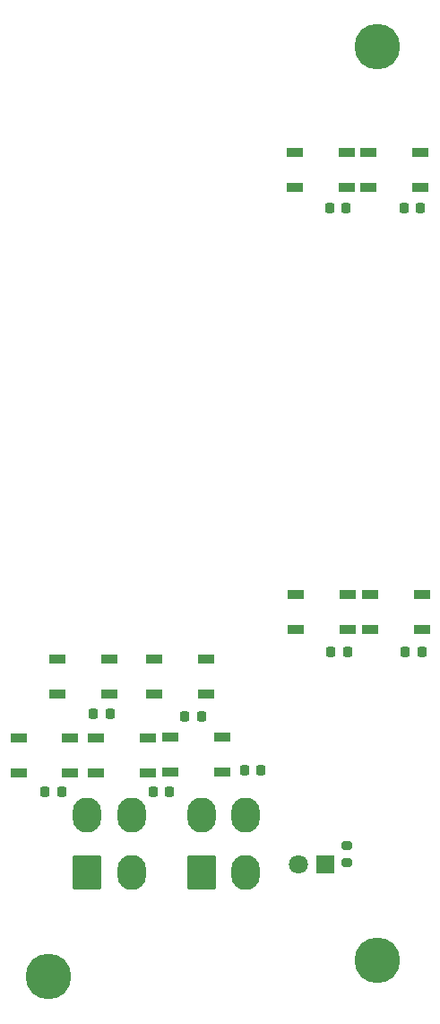
<source format=gbr>
%TF.GenerationSoftware,KiCad,Pcbnew,(6.0.9)*%
%TF.CreationDate,2023-04-01T13:01:52-08:00*%
%TF.ProjectId,GEN TIE PANEL,47454e20-5449-4452-9050-414e454c2e6b,3*%
%TF.SameCoordinates,Original*%
%TF.FileFunction,Soldermask,Top*%
%TF.FilePolarity,Negative*%
%FSLAX46Y46*%
G04 Gerber Fmt 4.6, Leading zero omitted, Abs format (unit mm)*
G04 Created by KiCad (PCBNEW (6.0.9)) date 2023-04-01 13:01:52*
%MOMM*%
%LPD*%
G01*
G04 APERTURE LIST*
G04 Aperture macros list*
%AMRoundRect*
0 Rectangle with rounded corners*
0 $1 Rounding radius*
0 $2 $3 $4 $5 $6 $7 $8 $9 X,Y pos of 4 corners*
0 Add a 4 corners polygon primitive as box body*
4,1,4,$2,$3,$4,$5,$6,$7,$8,$9,$2,$3,0*
0 Add four circle primitives for the rounded corners*
1,1,$1+$1,$2,$3*
1,1,$1+$1,$4,$5*
1,1,$1+$1,$6,$7*
1,1,$1+$1,$8,$9*
0 Add four rect primitives between the rounded corners*
20,1,$1+$1,$2,$3,$4,$5,0*
20,1,$1+$1,$4,$5,$6,$7,0*
20,1,$1+$1,$6,$7,$8,$9,0*
20,1,$1+$1,$8,$9,$2,$3,0*%
G04 Aperture macros list end*
%ADD10C,4.300000*%
%ADD11R,1.500000X0.900000*%
%ADD12RoundRect,0.225000X-0.225000X-0.250000X0.225000X-0.250000X0.225000X0.250000X-0.225000X0.250000X0*%
%ADD13RoundRect,0.200000X0.275000X-0.200000X0.275000X0.200000X-0.275000X0.200000X-0.275000X-0.200000X0*%
%ADD14RoundRect,0.225000X0.225000X0.250000X-0.225000X0.250000X-0.225000X-0.250000X0.225000X-0.250000X0*%
%ADD15RoundRect,0.250001X-1.099999X-1.399999X1.099999X-1.399999X1.099999X1.399999X-1.099999X1.399999X0*%
%ADD16O,2.700000X3.300000*%
%ADD17R,1.800000X1.800000*%
%ADD18C,1.800000*%
G04 APERTURE END LIST*
D10*
%TO.C,REF\u002A\u002A*%
X125992000Y-127164000D03*
%TD*%
%TO.C,REF\u002A\u002A*%
X157112000Y-125574000D03*
%TD*%
%TO.C,REF\u002A\u002A*%
X157102000Y-39344000D03*
%TD*%
D11*
%TO.C,D1*%
X149292000Y-49324000D03*
X149292000Y-52624000D03*
X154192000Y-52624000D03*
X154192000Y-49324000D03*
%TD*%
%TO.C,D2*%
X156252000Y-49334000D03*
X156252000Y-52634000D03*
X161152000Y-52634000D03*
X161152000Y-49334000D03*
%TD*%
%TO.C,D3*%
X149372000Y-91094000D03*
X149372000Y-94394000D03*
X154272000Y-94394000D03*
X154272000Y-91094000D03*
%TD*%
%TO.C,D4*%
X156422000Y-91094000D03*
X156422000Y-94394000D03*
X161322000Y-94394000D03*
X161322000Y-91094000D03*
%TD*%
%TO.C,D5*%
X126862000Y-97134000D03*
X126862000Y-100434000D03*
X131762000Y-100434000D03*
X131762000Y-97134000D03*
%TD*%
%TO.C,D8*%
X130482000Y-104598000D03*
X130482000Y-107898000D03*
X135382000Y-107898000D03*
X135382000Y-104598000D03*
%TD*%
%TO.C,D9*%
X137512000Y-104514000D03*
X137512000Y-107814000D03*
X142412000Y-107814000D03*
X142412000Y-104514000D03*
%TD*%
D12*
%TO.C,C1*%
X152617000Y-54574000D03*
X154167000Y-54574000D03*
%TD*%
D13*
%TO.C,R1*%
X154178000Y-116395000D03*
X154178000Y-114745000D03*
%TD*%
D12*
%TO.C,C2*%
X159612000Y-54544000D03*
X161162000Y-54544000D03*
%TD*%
%TO.C,C3*%
X152727000Y-96464000D03*
X154277000Y-96464000D03*
%TD*%
%TO.C,C4*%
X159753000Y-96520000D03*
X161303000Y-96520000D03*
%TD*%
%TO.C,C5*%
X130276000Y-102362000D03*
X131826000Y-102362000D03*
%TD*%
%TO.C,C6*%
X138912000Y-102616000D03*
X140462000Y-102616000D03*
%TD*%
%TO.C,C7*%
X125704000Y-109728000D03*
X127254000Y-109728000D03*
%TD*%
D14*
%TO.C,C9*%
X146076000Y-107696000D03*
X144526000Y-107696000D03*
%TD*%
%TO.C,C8*%
X137440000Y-109728000D03*
X135890000Y-109728000D03*
%TD*%
D11*
%TO.C,D6*%
X135980000Y-97156000D03*
X135980000Y-100456000D03*
X140880000Y-100456000D03*
X140880000Y-97156000D03*
%TD*%
%TO.C,D7*%
X123190000Y-104598000D03*
X123190000Y-107898000D03*
X128090000Y-107898000D03*
X128090000Y-104598000D03*
%TD*%
D15*
%TO.C,J1*%
X140462000Y-117348000D03*
D16*
X144662000Y-117348000D03*
X140462000Y-111848000D03*
X144662000Y-111848000D03*
%TD*%
D17*
%TO.C,D10*%
X152146000Y-116586000D03*
D18*
X149606000Y-116586000D03*
%TD*%
D15*
%TO.C,J2*%
X129658000Y-117348000D03*
D16*
X133858000Y-117348000D03*
X129658000Y-111848000D03*
X133858000Y-111848000D03*
%TD*%
M02*

</source>
